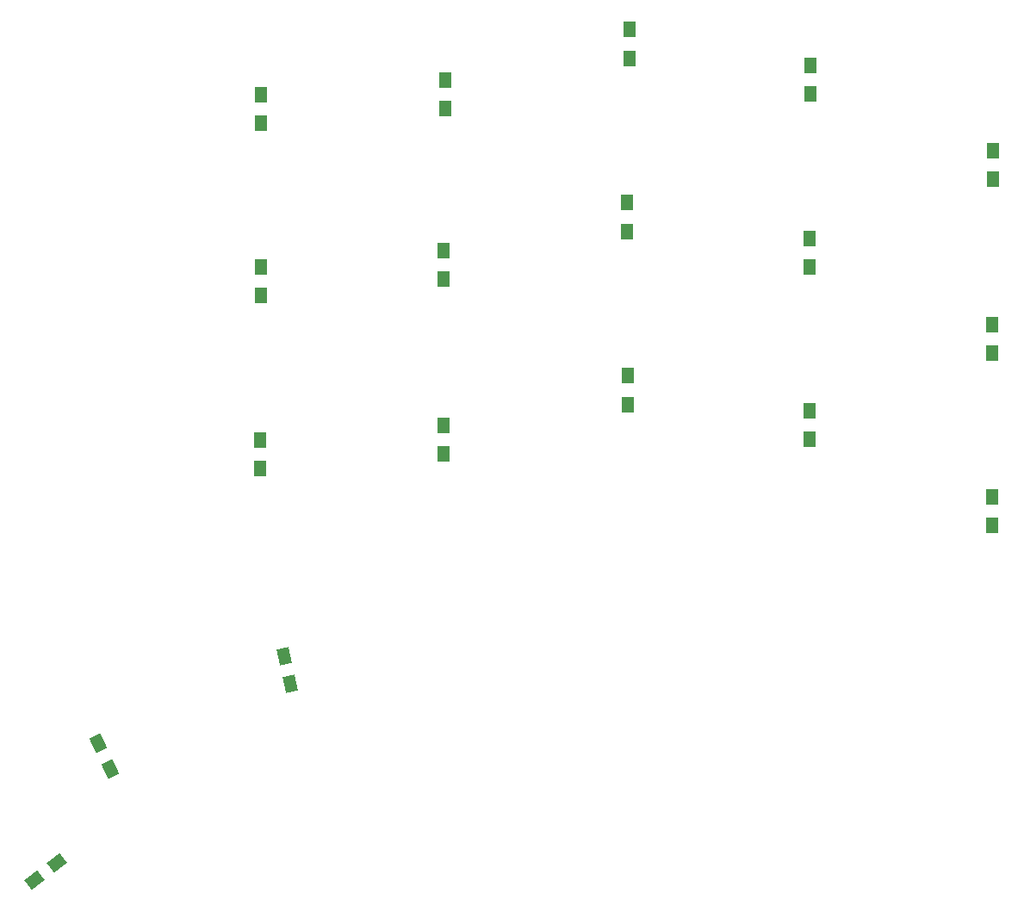
<source format=gbr>
%TF.GenerationSoftware,KiCad,Pcbnew,(5.99.0-11550-g369d813a32)*%
%TF.CreationDate,2021-07-29T17:12:17+05:30*%
%TF.ProjectId,Pteron36v0,50746572-6f6e-4333-9676-302e6b696361,rev?*%
%TF.SameCoordinates,Original*%
%TF.FileFunction,Paste,Top*%
%TF.FilePolarity,Positive*%
%FSLAX46Y46*%
G04 Gerber Fmt 4.6, Leading zero omitted, Abs format (unit mm)*
G04 Created by KiCad (PCBNEW (5.99.0-11550-g369d813a32)) date 2021-07-29 17:12:17*
%MOMM*%
%LPD*%
G01*
G04 APERTURE LIST*
G04 Aperture macros list*
%AMRotRect*
0 Rectangle, with rotation*
0 The origin of the aperture is its center*
0 $1 length*
0 $2 width*
0 $3 Rotation angle, in degrees counterclockwise*
0 Add horizontal line*
21,1,$1,$2,0,0,$3*%
G04 Aperture macros list end*
%ADD10R,1.200000X1.600000*%
%ADD11RotRect,1.600000X1.200000X282.500000*%
%ADD12RotRect,1.600000X1.200000X295.000000*%
%ADD13RotRect,1.600000X1.200000X37.500000*%
G04 APERTURE END LIST*
D10*
%TO.C,D7*%
X225407000Y-63660328D03*
X225407000Y-60860328D03*
%TD*%
%TO.C,D8*%
X225280000Y-80805328D03*
X225280000Y-78005328D03*
%TD*%
%TO.C,D9*%
X225280000Y-97696328D03*
X225280000Y-94896328D03*
%TD*%
D11*
%TO.C,D10*%
X156303015Y-113283428D03*
X155696985Y-110549800D03*
%TD*%
D10*
%TO.C,D12*%
X207441000Y-55306998D03*
X207441000Y-52506998D03*
%TD*%
%TO.C,D13*%
X207314000Y-72324998D03*
X207314000Y-69524998D03*
%TD*%
%TO.C,D14*%
X207314000Y-89215998D03*
X207314000Y-86415998D03*
%TD*%
D12*
%TO.C,D15*%
X138591666Y-121685441D03*
X137408334Y-119147779D03*
%TD*%
D10*
%TO.C,D17*%
X189602000Y-51770664D03*
X189602000Y-48970664D03*
%TD*%
%TO.C,D18*%
X189348000Y-68788664D03*
X189348000Y-65988664D03*
%TD*%
%TO.C,D19*%
X189475000Y-85806664D03*
X189475000Y-83006664D03*
%TD*%
D13*
%TO.C,D20*%
X133368495Y-130872134D03*
X131147105Y-132576666D03*
%TD*%
D10*
%TO.C,D22*%
X171509000Y-56743330D03*
X171509000Y-53943330D03*
%TD*%
%TO.C,D23*%
X171382000Y-73507330D03*
X171382000Y-70707330D03*
%TD*%
%TO.C,D24*%
X171382000Y-90652330D03*
X171382000Y-87852330D03*
%TD*%
%TO.C,D26*%
X153416000Y-58169000D03*
X153416000Y-55369000D03*
%TD*%
%TO.C,D27*%
X153416000Y-75060000D03*
X153416000Y-72260000D03*
%TD*%
%TO.C,D28*%
X153289000Y-92078000D03*
X153289000Y-89278000D03*
%TD*%
M02*

</source>
